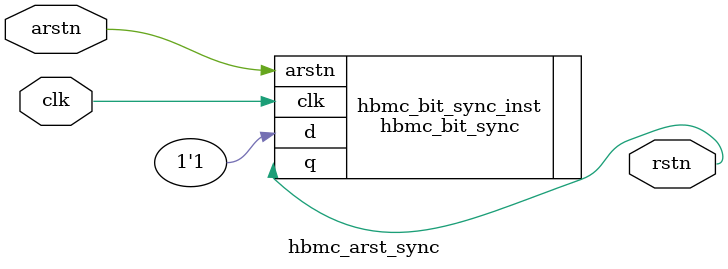
<source format=v>
/* 
 * ----------------------------------------------------------------------------
 *  Project:  OpenHBMC
 *  Filename: hbmc_arst_sync.v
 *  Purpose:  Reset synchronizer with asynchronous reset assertion
 *            and clock synchronous deassertion.
 * ----------------------------------------------------------------------------
 *  Copyright © 2020-2021, Vaagn Oganesyan <ovgn@protonmail.com>
 *  
 *  Licensed under the Apache License, Version 2.0 (the "License");
 *  you may not use this file except in compliance with the License.
 *  You may obtain a copy of the License at
 *  
 *      http://www.apache.org/licenses/LICENSE-2.0
 *  
 *  Unless required by applicable law or agreed to in writing, software
 *  distributed under the License is distributed on an "AS IS" BASIS,
 *  WITHOUT WARRANTIES OR CONDITIONS OF ANY KIND, either express or implied.
 *  See the License for the specific language governing permissions and
 *  limitations under the License.
 * ----------------------------------------------------------------------------
 */


`default_nettype none
`timescale 1ps / 1ps


module hbmc_arst_sync #
(
    parameter integer C_SYNC_STAGES = 3
)
(
    input   wire    clk,
    input   wire    arstn,
    output  wire    rstn
);
    
    hbmc_bit_sync #
    (
        .C_SYNC_STAGES  ( C_SYNC_STAGES ),
        .C_RESET_STATE  ( 1'b0          )
    )
    hbmc_bit_sync_inst
    (
        .arstn  ( arstn ),
        .clk    ( clk   ),
        .d      ( 1'b1  ),
        .q      ( rstn  )
    );
    
endmodule

/*----------------------------------------------------------------------------------------------------------------------------*/

`default_nettype wire

</source>
